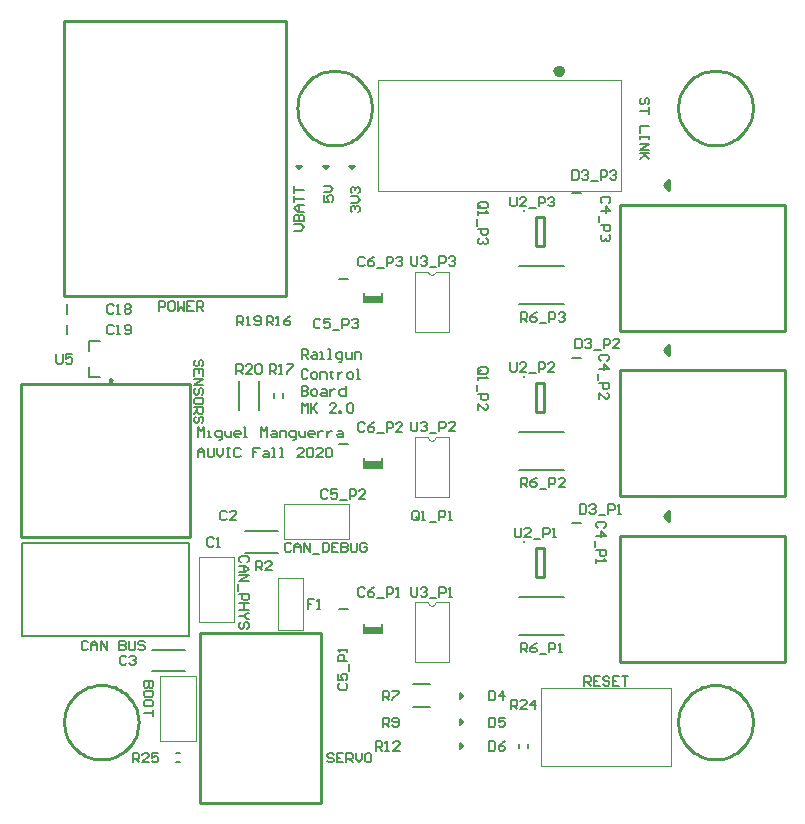
<source format=gto>
G04*
G04 #@! TF.GenerationSoftware,Altium Limited,Altium Designer,20.2.6 (244)*
G04*
G04 Layer_Color=65535*
%FSLAX25Y25*%
%MOIN*%
G70*
G04*
G04 #@! TF.SameCoordinates,023A6027-31B4-44E3-9114-37264AD4D944*
G04*
G04*
G04 #@! TF.FilePolarity,Positive*
G04*
G01*
G75*
%ADD10C,0.00394*%
%ADD11C,0.02000*%
%ADD12C,0.01000*%
%ADD13C,0.01000*%
%ADD14C,0.00984*%
%ADD15C,0.00600*%
%ADD16C,0.00787*%
%ADD17C,0.00197*%
%ADD18R,0.06299X0.02165*%
%ADD19R,0.06299X0.02165*%
D10*
X124656Y55717D02*
X125022Y54833D01*
X125906Y54467D01*
X126790Y54833D01*
X127156Y55717D01*
X124656Y165954D02*
X125022Y165070D01*
X125906Y164704D01*
X126790Y165070D01*
X127156Y165954D01*
X124656Y110835D02*
X125022Y109951D01*
X125906Y109585D01*
X126790Y109951D01*
X127156Y110835D01*
X120296Y55717D02*
X124656Y55717D01*
X127156D02*
X131516Y55717D01*
X131516Y35717D02*
X131516Y55717D01*
X120296Y35717D02*
X131516D01*
X120296Y55717D02*
X120296Y35717D01*
X107807Y229693D02*
X107807Y192693D01*
X107807Y229693D02*
X188807D01*
Y192693D02*
Y229693D01*
X107807Y192693D02*
X188807D01*
X205803Y1299D02*
Y27299D01*
X162303Y27299D02*
X205803Y27299D01*
X162303Y1299D02*
Y27299D01*
Y1299D02*
X205803D01*
X42224Y9436D02*
X47244Y9436D01*
Y31090D01*
X35433D02*
X47244D01*
X35433Y9436D02*
Y31090D01*
Y9436D02*
X42224Y9436D01*
X55020Y49213D02*
X60039D01*
X60039Y70866D02*
X60039Y49213D01*
X48228Y70866D02*
X60039D01*
X48228Y49213D02*
X48228Y70866D01*
X48228Y49213D02*
X55020D01*
X98425Y88583D02*
X98425Y83563D01*
X76772Y88583D02*
X98425D01*
X76772Y76772D02*
Y88583D01*
Y76772D02*
X98425D01*
X98425Y83563D01*
X120296Y165954D02*
X124656D01*
X127156D02*
X131516D01*
Y145954D02*
Y165954D01*
X120296Y145954D02*
X131516D01*
X120296D02*
Y165954D01*
Y110835D02*
X124656D01*
X127156D02*
X131516D01*
Y90835D02*
Y110835D01*
X120296Y90835D02*
X131516D01*
X120296D02*
Y110835D01*
D11*
X169307Y232693D02*
X168807Y233559D01*
X167807D01*
X167307Y232693D01*
X167807Y231827D01*
X168807D01*
X169307Y232693D01*
D12*
X156693Y75776D02*
D03*
Y186013D02*
D03*
Y130894D02*
D03*
D13*
X105904Y220472D02*
X105864Y221470D01*
X105743Y222462D01*
X105544Y223440D01*
X105266Y224399D01*
X104912Y225333D01*
X104484Y226235D01*
X103984Y227100D01*
X103417Y227922D01*
X102786Y228695D01*
X102094Y229415D01*
X101346Y230078D01*
X100548Y230677D01*
X99704Y231211D01*
X98820Y231675D01*
X97901Y232067D01*
X96954Y232383D01*
X95984Y232622D01*
X94999Y232782D01*
X94003Y232862D01*
X93005D01*
X92009Y232782D01*
X91024Y232622D01*
X90054Y232383D01*
X89107Y232067D01*
X88188Y231675D01*
X87304Y231211D01*
X86460Y230677D01*
X85662Y230078D01*
X84914Y229415D01*
X84222Y228695D01*
X83591Y227922D01*
X83024Y227100D01*
X82524Y226235D01*
X82096Y225333D01*
X81742Y224399D01*
X81464Y223440D01*
X81265Y222462D01*
X81144Y221470D01*
X81104Y220472D01*
X81144Y219475D01*
X81265Y218483D01*
X81464Y217505D01*
X81742Y216546D01*
X82096Y215612D01*
X82524Y214710D01*
X83024Y213845D01*
X83591Y213023D01*
X84222Y212250D01*
X84914Y211529D01*
X85662Y210867D01*
X86460Y210267D01*
X87304Y209734D01*
X88188Y209270D01*
X89107Y208878D01*
X90054Y208562D01*
X91024Y208323D01*
X92009Y208163D01*
X93005Y208083D01*
X94003D01*
X94999Y208163D01*
X95984Y208323D01*
X96954Y208562D01*
X97901Y208878D01*
X98820Y209270D01*
X99704Y209734D01*
X100548Y210267D01*
X101346Y210867D01*
X102094Y211529D01*
X102786Y212250D01*
X103417Y213023D01*
X103984Y213845D01*
X104484Y214710D01*
X104912Y215612D01*
X105266Y216546D01*
X105544Y217505D01*
X105743Y218483D01*
X105864Y219475D01*
X105904Y220472D01*
X28148Y15748D02*
X28108Y16746D01*
X27988Y17737D01*
X27788Y18715D01*
X27510Y19675D01*
X27156Y20608D01*
X26728Y21511D01*
X26228Y22375D01*
X25661Y23197D01*
X25030Y23971D01*
X24338Y24691D01*
X23590Y25353D01*
X22792Y25953D01*
X21948Y26487D01*
X21064Y26951D01*
X20145Y27342D01*
X19198Y27658D01*
X18228Y27897D01*
X17243Y28058D01*
X16247Y28138D01*
X15249D01*
X14253Y28058D01*
X13268Y27897D01*
X12298Y27658D01*
X11351Y27342D01*
X10432Y26951D01*
X9548Y26487D01*
X8704Y25953D01*
X7906Y25353D01*
X7158Y24691D01*
X6466Y23971D01*
X5835Y23197D01*
X5268Y22375D01*
X4768Y21511D01*
X4340Y20608D01*
X3986Y19675D01*
X3708Y18715D01*
X3509Y17737D01*
X3388Y16746D01*
X3348Y15748D01*
X3388Y14750D01*
X3509Y13759D01*
X3708Y12780D01*
X3986Y11821D01*
X4340Y10888D01*
X4768Y9985D01*
X5268Y9121D01*
X5835Y8299D01*
X6466Y7525D01*
X7158Y6805D01*
X7906Y6143D01*
X8704Y5543D01*
X9548Y5009D01*
X10432Y4545D01*
X11351Y4154D01*
X12298Y3838D01*
X13268Y3599D01*
X14253Y3438D01*
X15249Y3358D01*
X16247D01*
X17243Y3438D01*
X18228Y3599D01*
X19198Y3838D01*
X20145Y4154D01*
X21064Y4545D01*
X21948Y5009D01*
X22792Y5543D01*
X23590Y6143D01*
X24338Y6805D01*
X25030Y7525D01*
X25661Y8299D01*
X26228Y9121D01*
X26728Y9985D01*
X27156Y10888D01*
X27510Y11821D01*
X27788Y12780D01*
X27988Y13759D01*
X28108Y14750D01*
X28148Y15748D01*
X232872Y220472D02*
X232832Y221470D01*
X232712Y222462D01*
X232512Y223440D01*
X232234Y224399D01*
X231880Y225333D01*
X231452Y226235D01*
X230953Y227100D01*
X230385Y227922D01*
X229754Y228695D01*
X229062Y229415D01*
X228315Y230078D01*
X227516Y230677D01*
X226672Y231211D01*
X225788Y231675D01*
X224869Y232067D01*
X223922Y232383D01*
X222953Y232622D01*
X221967Y232782D01*
X220972Y232862D01*
X219973D01*
X218978Y232782D01*
X217992Y232622D01*
X217022Y232383D01*
X216075Y232067D01*
X215157Y231675D01*
X214272Y231211D01*
X213428Y230677D01*
X212630Y230078D01*
X211883Y229415D01*
X211191Y228695D01*
X210559Y227922D01*
X209992Y227100D01*
X209493Y226235D01*
X209065Y225333D01*
X208711Y224399D01*
X208433Y223440D01*
X208233Y222462D01*
X208113Y221470D01*
X208072Y220472D01*
X208113Y219475D01*
X208233Y218483D01*
X208433Y217505D01*
X208711Y216546D01*
X209065Y215612D01*
X209493Y214710D01*
X209992Y213845D01*
X210559Y213023D01*
X211191Y212250D01*
X211883Y211529D01*
X212630Y210867D01*
X213428Y210267D01*
X214272Y209734D01*
X215157Y209270D01*
X216075Y208878D01*
X217023Y208562D01*
X217992Y208323D01*
X218978Y208163D01*
X219973Y208083D01*
X220972D01*
X221967Y208163D01*
X222953Y208323D01*
X223922Y208562D01*
X224870Y208878D01*
X225788Y209270D01*
X226673Y209734D01*
X227517Y210267D01*
X228315Y210867D01*
X229062Y211529D01*
X229754Y212250D01*
X230385Y213023D01*
X230953Y213845D01*
X231452Y214710D01*
X231880Y215612D01*
X232234Y216546D01*
X232512Y217505D01*
X232712Y218483D01*
X232832Y219475D01*
X232872Y220472D01*
Y15748D02*
X232832Y16746D01*
X232712Y17737D01*
X232512Y18715D01*
X232234Y19675D01*
X231880Y20608D01*
X231452Y21511D01*
X230953Y22375D01*
X230385Y23197D01*
X229754Y23971D01*
X229062Y24691D01*
X228315Y25353D01*
X227516Y25953D01*
X226672Y26487D01*
X225788Y26951D01*
X224869Y27342D01*
X223922Y27658D01*
X222953Y27897D01*
X221967Y28058D01*
X220972Y28138D01*
X219973D01*
X218978Y28058D01*
X217992Y27897D01*
X217022Y27658D01*
X216075Y27342D01*
X215157Y26951D01*
X214272Y26487D01*
X213428Y25953D01*
X212630Y25353D01*
X211883Y24691D01*
X211191Y23971D01*
X210559Y23197D01*
X209992Y22375D01*
X209493Y21511D01*
X209065Y20608D01*
X208711Y19675D01*
X208433Y18715D01*
X208233Y17737D01*
X208113Y16746D01*
X208072Y15748D01*
X208113Y14750D01*
X208233Y13759D01*
X208433Y12780D01*
X208711Y11821D01*
X209065Y10888D01*
X209493Y9985D01*
X209992Y9121D01*
X210559Y8299D01*
X211191Y7525D01*
X211883Y6805D01*
X212630Y6143D01*
X213428Y5543D01*
X214272Y5009D01*
X215157Y4545D01*
X216075Y4154D01*
X217023Y3838D01*
X217992Y3599D01*
X218978Y3438D01*
X219973Y3358D01*
X220972D01*
X221967Y3438D01*
X222953Y3599D01*
X223922Y3838D01*
X224870Y4154D01*
X225788Y4545D01*
X226673Y5009D01*
X227517Y5543D01*
X228315Y6143D01*
X229062Y6805D01*
X229754Y7525D01*
X230385Y8299D01*
X230953Y9121D01*
X231452Y9985D01*
X231880Y10888D01*
X232234Y11821D01*
X232512Y12780D01*
X232712Y13759D01*
X232832Y14750D01*
X232872Y15748D01*
X-11130Y128610D02*
X45370D01*
X-11130Y77610D02*
Y128610D01*
X45370Y77610D02*
Y128610D01*
X-11130Y77610D02*
X45370D01*
X3216Y249445D02*
X77217Y249445D01*
Y157945D02*
Y249445D01*
X3217Y157945D02*
X77035Y157945D01*
X3216Y249445D02*
X3217Y157945D01*
X160630Y73808D02*
X163189Y73808D01*
X160630Y64162D02*
Y73808D01*
Y64162D02*
X163189D01*
Y73808D01*
X188737Y188228D02*
X243637D01*
X188737Y146228D02*
Y188228D01*
Y146228D02*
X243637D01*
Y188228D01*
X48555Y-11130D02*
Y45370D01*
Y-11130D02*
X89055D01*
X48555Y45370D02*
X89055Y45370D01*
Y-11130D02*
Y45370D01*
X243637Y35992D02*
Y77992D01*
X188737Y35992D02*
X243637D01*
X188737D02*
Y77992D01*
X243637D01*
X188737Y133110D02*
X243637D01*
X188737Y91110D02*
Y133110D01*
Y91110D02*
X243637D01*
Y133110D01*
X203181Y84646D02*
X204854Y86319D01*
X204854Y82972D01*
X203181Y84646D02*
X203181Y84646D01*
X204854Y82972D01*
X204854Y82972D02*
X204854Y82972D01*
X204263Y83563D02*
X204854Y82972D01*
X204263Y83563D02*
X204263Y85335D01*
Y193799D02*
Y195571D01*
Y193799D02*
X204854Y193209D01*
Y193209D02*
Y193209D01*
X203181Y194882D02*
X204854Y193209D01*
X203181Y194882D02*
Y194882D01*
X204854Y193209D02*
Y196555D01*
X203181Y194882D02*
X204854Y196555D01*
X204263Y138681D02*
Y140453D01*
Y138681D02*
X204854Y138091D01*
Y138091D02*
Y138091D01*
X203181Y139764D02*
X204854Y138091D01*
X203181Y139764D02*
Y139764D01*
X204854Y138091D02*
Y141437D01*
X203181Y139764D02*
X204854Y141437D01*
X160630Y184044D02*
X163189D01*
X160630Y174398D02*
Y184044D01*
Y174398D02*
X163189D01*
Y184044D01*
X160630Y128926D02*
X163189D01*
X160630Y119280D02*
Y128926D01*
Y119280D02*
X163189D01*
Y128926D01*
D14*
X19455Y129724D02*
X18716Y130151D01*
Y129298D01*
X19455Y129724D01*
D15*
X81693Y201287D02*
X81693Y200287D01*
X80693Y201287D02*
X82693D01*
X81693Y200287D02*
X82693Y201287D01*
X80693D02*
X81693Y200287D01*
X90551D02*
Y201287D01*
X89551Y201287D02*
X91551D01*
X90551Y200287D02*
X91551Y201287D01*
X89551D02*
X90551Y200287D01*
X98409Y201287D02*
X99409Y200287D01*
X100409Y201287D01*
X98409D02*
X100409D01*
X99409Y200287D02*
Y201287D01*
X-10630Y75461D02*
X44870D01*
X-10630Y44461D02*
Y75461D01*
Y44461D02*
X44870D01*
Y75461D01*
X135327Y6874D02*
X136327Y7874D01*
X135327Y8874D02*
X136327Y7874D01*
X135327Y6874D02*
Y8874D01*
X135327Y7874D02*
X136327D01*
X135327Y14748D02*
X136327Y15748D01*
X135327Y16748D02*
X136327Y15748D01*
X135327Y14748D02*
Y16748D01*
X135327Y15748D02*
X136327D01*
X135327Y23606D02*
X136327Y24606D01*
X135327Y25606D02*
X136327Y24606D01*
X135327Y23606D02*
Y25606D01*
X135327Y24606D02*
X136327D01*
D16*
X119549Y20866D02*
X125454D01*
X119549Y28346D02*
X125454D01*
X73228Y123819D02*
Y125394D01*
X76378Y123819D02*
Y125394D01*
X61590Y119858D02*
Y129355D01*
X68331Y119858D02*
Y129355D01*
X40551Y2362D02*
X42126D01*
X40551Y5512D02*
X42126D01*
X158071Y7071D02*
Y8646D01*
X154921Y7071D02*
Y8646D01*
X103150Y45461D02*
X109449D01*
Y48611D01*
X103150Y45461D02*
Y48611D01*
X63665Y79355D02*
X74736D01*
X63665Y72220D02*
X74736D01*
X32547Y39985D02*
X43618D01*
X32547Y32850D02*
X43618D01*
X4331Y145079D02*
Y148228D01*
Y151969D02*
Y155118D01*
X11482Y139567D02*
Y142717D01*
X15419D01*
X11482Y130905D02*
Y134055D01*
Y130905D02*
X15419D01*
X154922Y44871D02*
X169882Y44871D01*
X154922Y57469D02*
X169882D01*
X94882Y53335D02*
X98032D01*
X172638Y82076D02*
X175788D01*
X172638Y192312D02*
X175788D01*
X94882Y163572D02*
X98032D01*
X103150Y155698D02*
X109449D01*
Y158847D01*
X103150Y155698D02*
Y158847D01*
X154922Y167706D02*
X169882D01*
X154922Y155107D02*
X169882D01*
X172638Y137194D02*
X175788D01*
X94882Y108454D02*
X98032D01*
X103150Y100580D02*
X109449D01*
Y103729D01*
X103150Y100580D02*
Y103729D01*
X154922Y112587D02*
X169882D01*
X154922Y99989D02*
X169882D01*
X48031Y110852D02*
Y114000D01*
X49081Y112951D01*
X50130Y114000D01*
Y110852D01*
X51180D02*
X52230D01*
X51705D01*
Y112951D01*
X51180D01*
X54853Y109802D02*
X55378D01*
X55903Y110327D01*
Y112951D01*
X54329D01*
X53804Y112426D01*
Y111376D01*
X54329Y110852D01*
X55903D01*
X56953Y112951D02*
Y111376D01*
X57477Y110852D01*
X59052D01*
Y112951D01*
X61675Y110852D02*
X60626D01*
X60101Y111376D01*
Y112426D01*
X60626Y112951D01*
X61675D01*
X62200Y112426D01*
Y111901D01*
X60101D01*
X63250Y110852D02*
X64299D01*
X63775D01*
Y114000D01*
X63250D01*
X69022Y110852D02*
Y114000D01*
X70072Y112951D01*
X71121Y114000D01*
Y110852D01*
X72695Y112951D02*
X73745D01*
X74270Y112426D01*
Y110852D01*
X72695D01*
X72171Y111376D01*
X72695Y111901D01*
X74270D01*
X75319Y110852D02*
Y112951D01*
X76894D01*
X77418Y112426D01*
Y110852D01*
X79517Y109802D02*
X80042D01*
X80567Y110327D01*
Y112951D01*
X78993D01*
X78468Y112426D01*
Y111376D01*
X78993Y110852D01*
X80567D01*
X81616Y112951D02*
Y111376D01*
X82141Y110852D01*
X83715D01*
Y112951D01*
X86339Y110852D02*
X85290D01*
X84765Y111376D01*
Y112426D01*
X85290Y112951D01*
X86339D01*
X86864Y112426D01*
Y111901D01*
X84765D01*
X87914Y112951D02*
Y110852D01*
Y111901D01*
X88438Y112426D01*
X88963Y112951D01*
X89488D01*
X91062D02*
Y110852D01*
Y111901D01*
X91587Y112426D01*
X92112Y112951D01*
X92637D01*
X94736D02*
X95785D01*
X96310Y112426D01*
Y110852D01*
X94736D01*
X94211Y111376D01*
X94736Y111901D01*
X96310D01*
X48031Y104134D02*
Y106233D01*
X49081Y107282D01*
X50130Y106233D01*
Y104134D01*
Y105708D01*
X48031D01*
X51180Y107282D02*
Y104659D01*
X51705Y104134D01*
X52754D01*
X53279Y104659D01*
Y107282D01*
X54329D02*
Y105183D01*
X55378Y104134D01*
X56428Y105183D01*
Y107282D01*
X57477D02*
X58527D01*
X58002D01*
Y104134D01*
X57477D01*
X58527D01*
X62200Y106758D02*
X61675Y107282D01*
X60626D01*
X60101Y106758D01*
Y104659D01*
X60626Y104134D01*
X61675D01*
X62200Y104659D01*
X68497Y107282D02*
X66398D01*
Y105708D01*
X67448D01*
X66398D01*
Y104134D01*
X70072Y106233D02*
X71121D01*
X71646Y105708D01*
Y104134D01*
X70072D01*
X69547Y104659D01*
X70072Y105183D01*
X71646D01*
X72695Y104134D02*
X73745D01*
X73220D01*
Y107282D01*
X72695D01*
X75319Y104134D02*
X76369D01*
X75844D01*
Y107282D01*
X75319D01*
X83191Y104134D02*
X81092D01*
X83191Y106233D01*
Y106758D01*
X82666Y107282D01*
X81616D01*
X81092Y106758D01*
X84240D02*
X84765Y107282D01*
X85815D01*
X86339Y106758D01*
Y104659D01*
X85815Y104134D01*
X84765D01*
X84240Y104659D01*
Y106758D01*
X89488Y104134D02*
X87389D01*
X89488Y106233D01*
Y106758D01*
X88963Y107282D01*
X87914D01*
X87389Y106758D01*
X90538D02*
X91062Y107282D01*
X92112D01*
X92637Y106758D01*
Y104659D01*
X92112Y104134D01*
X91062D01*
X90538Y104659D01*
Y106758D01*
X82480Y136951D02*
Y140100D01*
X84055D01*
X84579Y139575D01*
Y138526D01*
X84055Y138001D01*
X82480D01*
X83530D02*
X84579Y136951D01*
X86154Y139050D02*
X87203D01*
X87728Y138526D01*
Y136951D01*
X86154D01*
X85629Y137476D01*
X86154Y138001D01*
X87728D01*
X88778Y136951D02*
X89827D01*
X89302D01*
Y139050D01*
X88778D01*
X91401Y136951D02*
X92451D01*
X91926D01*
Y140100D01*
X91401D01*
X95075Y135902D02*
X95600D01*
X96124Y136427D01*
Y139050D01*
X94550D01*
X94025Y138526D01*
Y137476D01*
X94550Y136951D01*
X96124D01*
X97174Y139050D02*
Y137476D01*
X97698Y136951D01*
X99273D01*
Y139050D01*
X100322Y136951D02*
Y139050D01*
X101897D01*
X102421Y138526D01*
Y136951D01*
X84579Y132858D02*
X84055Y133382D01*
X83005D01*
X82480Y132858D01*
Y130759D01*
X83005Y130234D01*
X84055D01*
X84579Y130759D01*
X86154Y130234D02*
X87203D01*
X87728Y130759D01*
Y131808D01*
X87203Y132333D01*
X86154D01*
X85629Y131808D01*
Y130759D01*
X86154Y130234D01*
X88778D02*
Y132333D01*
X90352D01*
X90877Y131808D01*
Y130234D01*
X92451Y132858D02*
Y132333D01*
X91926D01*
X92976D01*
X92451D01*
Y130759D01*
X92976Y130234D01*
X94550Y132333D02*
Y130234D01*
Y131283D01*
X95075Y131808D01*
X95599Y132333D01*
X96124D01*
X98223Y130234D02*
X99273D01*
X99798Y130759D01*
Y131808D01*
X99273Y132333D01*
X98223D01*
X97698Y131808D01*
Y130759D01*
X98223Y130234D01*
X100847D02*
X101897D01*
X101372D01*
Y133382D01*
X100847D01*
X82480Y127714D02*
Y124566D01*
X84055D01*
X84579Y125091D01*
Y125615D01*
X84055Y126140D01*
X82480D01*
X84055D01*
X84579Y126665D01*
Y127190D01*
X84055Y127714D01*
X82480D01*
X86154Y124566D02*
X87203D01*
X87728Y125091D01*
Y126140D01*
X87203Y126665D01*
X86154D01*
X85629Y126140D01*
Y125091D01*
X86154Y124566D01*
X89302Y126665D02*
X90352D01*
X90877Y126140D01*
Y124566D01*
X89302D01*
X88778Y125091D01*
X89302Y125615D01*
X90877D01*
X91926Y126665D02*
Y124566D01*
Y125615D01*
X92451Y126140D01*
X92976Y126665D01*
X93500D01*
X97174Y127714D02*
Y124566D01*
X95599D01*
X95075Y125091D01*
Y126140D01*
X95599Y126665D01*
X97174D01*
X82480Y118898D02*
Y122046D01*
X83530Y120997D01*
X84579Y122046D01*
Y118898D01*
X85629Y122046D02*
Y118898D01*
Y119947D01*
X87728Y122046D01*
X86154Y120472D01*
X87728Y118898D01*
X94025D02*
X91926D01*
X94025Y120997D01*
Y121521D01*
X93500Y122046D01*
X92451D01*
X91926Y121521D01*
X95075Y118898D02*
Y119422D01*
X95599D01*
Y118898D01*
X95075D01*
X97698Y121521D02*
X98223Y122046D01*
X99273D01*
X99798Y121521D01*
Y119422D01*
X99273Y118898D01*
X98223D01*
X97698Y119422D01*
Y121521D01*
X49278Y134380D02*
X49803Y134905D01*
Y135955D01*
X49278Y136479D01*
X48753D01*
X48228Y135955D01*
Y134905D01*
X47704Y134380D01*
X47179D01*
X46654Y134905D01*
Y135955D01*
X47179Y136479D01*
X49803Y131232D02*
Y133331D01*
X46654D01*
Y131232D01*
X48228Y133331D02*
Y132281D01*
X46654Y130182D02*
X49803D01*
X46654Y128083D01*
X49803D01*
X49278Y124935D02*
X49803Y125460D01*
Y126509D01*
X49278Y127034D01*
X48753D01*
X48228Y126509D01*
Y125460D01*
X47704Y124935D01*
X47179D01*
X46654Y125460D01*
Y126509D01*
X47179Y127034D01*
X49803Y122311D02*
Y123360D01*
X49278Y123885D01*
X47179D01*
X46654Y123360D01*
Y122311D01*
X47179Y121786D01*
X49278D01*
X49803Y122311D01*
X46654Y120737D02*
X49803D01*
Y119162D01*
X49278Y118638D01*
X48228D01*
X47704Y119162D01*
Y120737D01*
Y119687D02*
X46654Y118638D01*
X49278Y115489D02*
X49803Y116014D01*
Y117063D01*
X49278Y117588D01*
X48753D01*
X48228Y117063D01*
Y116014D01*
X47704Y115489D01*
X47179D01*
X46654Y116014D01*
Y117063D01*
X47179Y117588D01*
X99344Y185763D02*
X98819Y186287D01*
Y187337D01*
X99344Y187862D01*
X99869D01*
X100394Y187337D01*
Y186812D01*
Y187337D01*
X100918Y187862D01*
X101443D01*
X101968Y187337D01*
Y186287D01*
X101443Y185763D01*
X98819Y188911D02*
X100918D01*
X101968Y189961D01*
X100918Y191010D01*
X98819D01*
X99344Y192060D02*
X98819Y192585D01*
Y193634D01*
X99344Y194159D01*
X99869D01*
X100394Y193634D01*
Y193109D01*
Y193634D01*
X100918Y194159D01*
X101443D01*
X101968Y193634D01*
Y192585D01*
X101443Y192060D01*
X787Y138385D02*
Y135761D01*
X1312Y135237D01*
X2362D01*
X2887Y135761D01*
Y138385D01*
X6035D02*
X3936D01*
Y136811D01*
X4986Y137336D01*
X5510D01*
X6035Y136811D01*
Y135761D01*
X5510Y135237D01*
X4461D01*
X3936Y135761D01*
X119005Y171038D02*
Y168414D01*
X119530Y167890D01*
X120580D01*
X121104Y168414D01*
Y171038D01*
X122154Y170513D02*
X122679Y171038D01*
X123728D01*
X124253Y170513D01*
Y169989D01*
X123728Y169464D01*
X123203D01*
X123728D01*
X124253Y168939D01*
Y168414D01*
X123728Y167890D01*
X122679D01*
X122154Y168414D01*
X125302Y167365D02*
X127401D01*
X128451Y167890D02*
Y171038D01*
X130025D01*
X130550Y170513D01*
Y169464D01*
X130025Y168939D01*
X128451D01*
X131600Y170513D02*
X132124Y171038D01*
X133174D01*
X133699Y170513D01*
Y169989D01*
X133174Y169464D01*
X132649D01*
X133174D01*
X133699Y168939D01*
Y168414D01*
X133174Y167890D01*
X132124D01*
X131600Y168414D01*
X119005Y115920D02*
Y113296D01*
X119530Y112772D01*
X120580D01*
X121104Y113296D01*
Y115920D01*
X122154Y115395D02*
X122679Y115920D01*
X123728D01*
X124253Y115395D01*
Y114871D01*
X123728Y114346D01*
X123203D01*
X123728D01*
X124253Y113821D01*
Y113296D01*
X123728Y112772D01*
X122679D01*
X122154Y113296D01*
X125302Y112247D02*
X127401D01*
X128451Y112772D02*
Y115920D01*
X130025D01*
X130550Y115395D01*
Y114346D01*
X130025Y113821D01*
X128451D01*
X133699Y112772D02*
X131600D01*
X133699Y114871D01*
Y115395D01*
X133174Y115920D01*
X132124D01*
X131600Y115395D01*
X119005Y60802D02*
Y58178D01*
X119530Y57653D01*
X120580D01*
X121104Y58178D01*
Y60802D01*
X122154Y60277D02*
X122679Y60802D01*
X123728D01*
X124253Y60277D01*
Y59753D01*
X123728Y59228D01*
X123203D01*
X123728D01*
X124253Y58703D01*
Y58178D01*
X123728Y57653D01*
X122679D01*
X122154Y58178D01*
X125302Y57129D02*
X127401D01*
X128451Y57653D02*
Y60802D01*
X130025D01*
X130550Y60277D01*
Y59228D01*
X130025Y58703D01*
X128451D01*
X131600Y57653D02*
X132649D01*
X132124D01*
Y60802D01*
X131600Y60277D01*
X152102Y190813D02*
Y188189D01*
X152627Y187664D01*
X153676D01*
X154201Y188189D01*
Y190813D01*
X157350Y187664D02*
X155251D01*
X157350Y189763D01*
Y190288D01*
X156825Y190813D01*
X155775D01*
X155251Y190288D01*
X158399Y187140D02*
X160498D01*
X161548Y187664D02*
Y190813D01*
X163122D01*
X163647Y190288D01*
Y189239D01*
X163122Y188714D01*
X161548D01*
X164697Y190288D02*
X165221Y190813D01*
X166271D01*
X166796Y190288D01*
Y189763D01*
X166271Y189239D01*
X165746D01*
X166271D01*
X166796Y188714D01*
Y188189D01*
X166271Y187664D01*
X165221D01*
X164697Y188189D01*
X152102Y135695D02*
Y133071D01*
X152627Y132546D01*
X153676D01*
X154201Y133071D01*
Y135695D01*
X157350Y132546D02*
X155251D01*
X157350Y134645D01*
Y135170D01*
X156825Y135695D01*
X155775D01*
X155251Y135170D01*
X158399Y132022D02*
X160498D01*
X161548Y132546D02*
Y135695D01*
X163122D01*
X163647Y135170D01*
Y134121D01*
X163122Y133596D01*
X161548D01*
X166796Y132546D02*
X164697D01*
X166796Y134645D01*
Y135170D01*
X166271Y135695D01*
X165221D01*
X164697Y135170D01*
X153611Y80577D02*
Y77953D01*
X154136Y77428D01*
X155185D01*
X155710Y77953D01*
Y80577D01*
X158859Y77428D02*
X156760D01*
X158859Y79527D01*
Y80052D01*
X158334Y80577D01*
X157284D01*
X156760Y80052D01*
X159908Y76903D02*
X162007D01*
X163057Y77428D02*
Y80577D01*
X164631D01*
X165156Y80052D01*
Y79002D01*
X164631Y78478D01*
X163057D01*
X166206Y77428D02*
X167255D01*
X166730D01*
Y80577D01*
X166206Y80052D01*
X176708Y27953D02*
Y31102D01*
X178283D01*
X178807Y30577D01*
Y29528D01*
X178283Y29003D01*
X176708D01*
X177758D02*
X178807Y27953D01*
X181956Y31102D02*
X179857D01*
Y27953D01*
X181956D01*
X179857Y29528D02*
X180906D01*
X185105Y30577D02*
X184580Y31102D01*
X183530D01*
X183006Y30577D01*
Y30052D01*
X183530Y29528D01*
X184580D01*
X185105Y29003D01*
Y28478D01*
X184580Y27953D01*
X183530D01*
X183006Y28478D01*
X188253Y31102D02*
X186154D01*
Y27953D01*
X188253D01*
X186154Y29528D02*
X187204D01*
X189303Y31102D02*
X191402D01*
X190352D01*
Y27953D01*
X26314Y2363D02*
Y5511D01*
X27888D01*
X28413Y4986D01*
Y3937D01*
X27888Y3412D01*
X26314D01*
X27363D02*
X28413Y2363D01*
X31561D02*
X29462D01*
X31561Y4462D01*
Y4986D01*
X31037Y5511D01*
X29987D01*
X29462Y4986D01*
X34710Y5511D02*
X32611D01*
Y3937D01*
X33660Y4462D01*
X34185D01*
X34710Y3937D01*
Y2888D01*
X34185Y2363D01*
X33136D01*
X32611Y2888D01*
X152298Y20079D02*
Y23228D01*
X153872D01*
X154397Y22703D01*
Y21654D01*
X153872Y21129D01*
X152298D01*
X153348D02*
X154397Y20079D01*
X157546D02*
X155447D01*
X157546Y22178D01*
Y22703D01*
X157021Y23228D01*
X155971D01*
X155447Y22703D01*
X160169Y20079D02*
Y23228D01*
X158595Y21654D01*
X160694D01*
X60763Y131890D02*
Y135039D01*
X62337D01*
X62862Y134514D01*
Y133465D01*
X62337Y132940D01*
X60763D01*
X61812D02*
X62862Y131890D01*
X66010D02*
X63911D01*
X66010Y133989D01*
Y134514D01*
X65485Y135039D01*
X64436D01*
X63911Y134514D01*
X67060D02*
X67585Y135039D01*
X68634D01*
X69159Y134514D01*
Y132415D01*
X68634Y131890D01*
X67585D01*
X67060Y132415D01*
Y134514D01*
X61025Y148032D02*
Y151181D01*
X62599D01*
X63124Y150656D01*
Y149606D01*
X62599Y149082D01*
X61025D01*
X62074D02*
X63124Y148032D01*
X64174D02*
X65223D01*
X64698D01*
Y151181D01*
X64174Y150656D01*
X66797Y148557D02*
X67322Y148032D01*
X68372D01*
X68896Y148557D01*
Y150656D01*
X68372Y151181D01*
X67322D01*
X66797Y150656D01*
Y150131D01*
X67322Y149606D01*
X68896D01*
X71852Y131890D02*
Y135039D01*
X73426D01*
X73951Y134514D01*
Y133465D01*
X73426Y132940D01*
X71852D01*
X72901D02*
X73951Y131890D01*
X75000D02*
X76050D01*
X75525D01*
Y135039D01*
X75000Y134514D01*
X77624Y135039D02*
X79723D01*
Y134514D01*
X77624Y132415D01*
Y131890D01*
X70867Y148032D02*
Y151181D01*
X72442D01*
X72966Y150656D01*
Y149606D01*
X72442Y149082D01*
X70867D01*
X71917D02*
X72966Y148032D01*
X74016D02*
X75065D01*
X74541D01*
Y151181D01*
X74016Y150656D01*
X78739Y151181D02*
X77689Y150656D01*
X76640Y149606D01*
Y148557D01*
X77165Y148032D01*
X78214D01*
X78739Y148557D01*
Y149082D01*
X78214Y149606D01*
X76640D01*
X107285Y6300D02*
Y9448D01*
X108859D01*
X109384Y8924D01*
Y7874D01*
X108859Y7349D01*
X107285D01*
X108334D02*
X109384Y6300D01*
X110433D02*
X111483D01*
X110958D01*
Y9448D01*
X110433Y8924D01*
X115156Y6300D02*
X113057D01*
X115156Y8399D01*
Y8924D01*
X114631Y9448D01*
X113582D01*
X113057Y8924D01*
X109581Y14174D02*
Y17322D01*
X111155D01*
X111680Y16798D01*
Y15748D01*
X111155Y15223D01*
X109581D01*
X110630D02*
X111680Y14174D01*
X112730Y14698D02*
X113254Y14174D01*
X114304D01*
X114829Y14698D01*
Y16798D01*
X114304Y17322D01*
X113254D01*
X112730Y16798D01*
Y16273D01*
X113254Y15748D01*
X114829D01*
X109581Y23032D02*
Y26181D01*
X111155D01*
X111680Y25656D01*
Y24606D01*
X111155Y24081D01*
X109581D01*
X110630D02*
X111680Y23032D01*
X112730Y26181D02*
X114829D01*
Y25656D01*
X112730Y23557D01*
Y23032D01*
X155580Y149268D02*
Y152416D01*
X157154D01*
X157679Y151891D01*
Y150842D01*
X157154Y150317D01*
X155580D01*
X156630D02*
X157679Y149268D01*
X160828Y152416D02*
X159778Y151891D01*
X158729Y150842D01*
Y149792D01*
X159253Y149268D01*
X160303D01*
X160828Y149792D01*
Y150317D01*
X160303Y150842D01*
X158729D01*
X161877Y148743D02*
X163976D01*
X165026Y149268D02*
Y152416D01*
X166600D01*
X167125Y151891D01*
Y150842D01*
X166600Y150317D01*
X165026D01*
X168174Y151891D02*
X168699Y152416D01*
X169749D01*
X170273Y151891D01*
Y151367D01*
X169749Y150842D01*
X169224D01*
X169749D01*
X170273Y150317D01*
Y149792D01*
X169749Y149268D01*
X168699D01*
X168174Y149792D01*
X155580Y94150D02*
Y97298D01*
X157154D01*
X157679Y96773D01*
Y95724D01*
X157154Y95199D01*
X155580D01*
X156630D02*
X157679Y94150D01*
X160828Y97298D02*
X159778Y96773D01*
X158729Y95724D01*
Y94674D01*
X159253Y94150D01*
X160303D01*
X160828Y94674D01*
Y95199D01*
X160303Y95724D01*
X158729D01*
X161877Y93625D02*
X163976D01*
X165026Y94150D02*
Y97298D01*
X166600D01*
X167125Y96773D01*
Y95724D01*
X166600Y95199D01*
X165026D01*
X170273Y94150D02*
X168174D01*
X170273Y96249D01*
Y96773D01*
X169749Y97298D01*
X168699D01*
X168174Y96773D01*
X155580Y39031D02*
Y42180D01*
X157154D01*
X157679Y41655D01*
Y40606D01*
X157154Y40081D01*
X155580D01*
X156630D02*
X157679Y39031D01*
X160828Y42180D02*
X159778Y41655D01*
X158729Y40606D01*
Y39556D01*
X159253Y39031D01*
X160303D01*
X160828Y39556D01*
Y40081D01*
X160303Y40606D01*
X158729D01*
X161877Y38507D02*
X163976D01*
X165026Y39031D02*
Y42180D01*
X166600D01*
X167125Y41655D01*
Y40606D01*
X166600Y40081D01*
X165026D01*
X168174Y39031D02*
X169224D01*
X168699D01*
Y42180D01*
X168174Y41655D01*
X67258Y66339D02*
Y69488D01*
X68832D01*
X69357Y68963D01*
Y67913D01*
X68832Y67389D01*
X67258D01*
X68308D02*
X69357Y66339D01*
X72506D02*
X70407D01*
X72506Y68438D01*
Y68963D01*
X71981Y69488D01*
X70931D01*
X70407Y68963D01*
X141929Y187072D02*
X144028D01*
X144553Y187597D01*
Y188646D01*
X144028Y189171D01*
X141929D01*
X141405Y188646D01*
Y187597D01*
X142454Y188121D02*
X141405Y187072D01*
Y187597D02*
X141929Y187072D01*
X141405Y186022D02*
Y184973D01*
Y185498D01*
X144553D01*
X144028Y186022D01*
X140880Y183398D02*
Y181299D01*
X141405Y180250D02*
X144553D01*
Y178676D01*
X144028Y178151D01*
X142979D01*
X142454Y178676D01*
Y180250D01*
X144028Y177101D02*
X144553Y176576D01*
Y175527D01*
X144028Y175002D01*
X143504D01*
X142979Y175527D01*
Y176052D01*
Y175527D01*
X142454Y175002D01*
X141929D01*
X141405Y175527D01*
Y176576D01*
X141929Y177101D01*
X141929Y131954D02*
X144028D01*
X144553Y132478D01*
Y133528D01*
X144028Y134053D01*
X141929D01*
X141405Y133528D01*
Y132478D01*
X142454Y133003D02*
X141405Y131954D01*
Y132478D02*
X141929Y131954D01*
X141405Y130904D02*
Y129855D01*
Y130379D01*
X144553D01*
X144028Y130904D01*
X140880Y128280D02*
Y126181D01*
X141405Y125132D02*
X144553D01*
Y123557D01*
X144028Y123033D01*
X142979D01*
X142454Y123557D01*
Y125132D01*
X141405Y119884D02*
Y121983D01*
X143504Y119884D01*
X144028D01*
X144553Y120409D01*
Y121458D01*
X144028Y121983D01*
X121524Y83651D02*
Y85750D01*
X120999Y86274D01*
X119949D01*
X119425Y85750D01*
Y83651D01*
X119949Y83126D01*
X120999D01*
X120474Y84175D02*
X121524Y83126D01*
X120999D02*
X121524Y83651D01*
X122573Y83126D02*
X123623D01*
X123098D01*
Y86274D01*
X122573Y85750D01*
X125197Y82601D02*
X127296D01*
X128346Y83126D02*
Y86274D01*
X129920D01*
X130445Y85750D01*
Y84700D01*
X129920Y84175D01*
X128346D01*
X131494Y83126D02*
X132544D01*
X132019D01*
Y86274D01*
X131494Y85750D01*
X33070Y29395D02*
X29922D01*
Y27820D01*
X30446Y27295D01*
X30971D01*
X31496Y27820D01*
Y29395D01*
Y27820D01*
X32021Y27295D01*
X32546D01*
X33070Y27820D01*
Y29395D01*
Y24672D02*
Y25721D01*
X32546Y26246D01*
X30446D01*
X29922Y25721D01*
Y24672D01*
X30446Y24147D01*
X32546D01*
X33070Y24672D01*
Y21523D02*
Y22572D01*
X32546Y23097D01*
X30446D01*
X29922Y22572D01*
Y21523D01*
X30446Y20998D01*
X32546D01*
X33070Y21523D01*
Y19949D02*
Y17850D01*
Y18899D01*
X29922D01*
X64304Y69026D02*
X64829Y69550D01*
Y70600D01*
X64304Y71125D01*
X62205D01*
X61680Y70600D01*
Y69550D01*
X62205Y69026D01*
X61680Y67976D02*
X63779D01*
X64829Y66927D01*
X63779Y65877D01*
X61680D01*
X63254D01*
Y67976D01*
X61680Y64828D02*
X64829D01*
X61680Y62729D01*
X64829D01*
X61155Y61679D02*
Y59580D01*
X61680Y58530D02*
X64829D01*
Y56956D01*
X64304Y56431D01*
X63254D01*
X62730Y56956D01*
Y58530D01*
X64829Y55382D02*
X61680D01*
X63254D01*
Y53283D01*
X64829D01*
X61680D01*
X64829Y52233D02*
X64304D01*
X63254Y51184D01*
X64304Y50134D01*
X64829D01*
X63254Y51184D02*
X61680D01*
X64304Y46986D02*
X64829Y47510D01*
Y48560D01*
X64304Y49085D01*
X63779D01*
X63254Y48560D01*
Y47510D01*
X62730Y46986D01*
X62205D01*
X61680Y47510D01*
Y48560D01*
X62205Y49085D01*
X79006Y75131D02*
X78482Y75656D01*
X77432D01*
X76907Y75131D01*
Y73032D01*
X77432Y72507D01*
X78482D01*
X79006Y73032D01*
X80056Y72507D02*
Y74606D01*
X81105Y75656D01*
X82155Y74606D01*
Y72507D01*
Y74081D01*
X80056D01*
X83205Y72507D02*
Y75656D01*
X85303Y72507D01*
Y75656D01*
X86353Y71982D02*
X88452D01*
X89502Y75656D02*
Y72507D01*
X91076D01*
X91601Y73032D01*
Y75131D01*
X91076Y75656D01*
X89502D01*
X94749D02*
X92650D01*
Y72507D01*
X94749D01*
X92650Y74081D02*
X93700D01*
X95799Y75656D02*
Y72507D01*
X97373D01*
X97898Y73032D01*
Y73557D01*
X97373Y74081D01*
X95799D01*
X97373D01*
X97898Y74606D01*
Y75131D01*
X97373Y75656D01*
X95799D01*
X98947D02*
Y73032D01*
X99472Y72507D01*
X100522D01*
X101047Y73032D01*
Y75656D01*
X104195Y75131D02*
X103670Y75656D01*
X102621D01*
X102096Y75131D01*
Y73032D01*
X102621Y72507D01*
X103670D01*
X104195Y73032D01*
Y74081D01*
X103146D01*
X86614Y56692D02*
X84515D01*
Y55118D01*
X85565D01*
X84515D01*
Y53544D01*
X87664D02*
X88713D01*
X88188D01*
Y56692D01*
X87664Y56168D01*
X89961Y191404D02*
Y189305D01*
X91535D01*
X91011Y190355D01*
Y190880D01*
X91535Y191404D01*
X92585D01*
X93110Y190880D01*
Y189830D01*
X92585Y189305D01*
X89961Y192454D02*
X92060D01*
X93110Y193503D01*
X92060Y194553D01*
X89961D01*
X80119Y179661D02*
X82218D01*
X83267Y180711D01*
X82218Y181760D01*
X80119D01*
Y182810D02*
X83267D01*
Y184384D01*
X82742Y184909D01*
X82218D01*
X81693Y184384D01*
Y182810D01*
Y184384D01*
X81168Y184909D01*
X80643D01*
X80119Y184384D01*
Y182810D01*
X83267Y185958D02*
X81168D01*
X80119Y187008D01*
X81168Y188057D01*
X83267D01*
X81693D01*
Y185958D01*
X80119Y189107D02*
Y191206D01*
Y190156D01*
X83267D01*
X80119Y192255D02*
Y194355D01*
Y193305D01*
X83267D01*
X145014Y9448D02*
Y6300D01*
X146588D01*
X147113Y6825D01*
Y8924D01*
X146588Y9448D01*
X145014D01*
X150262D02*
X149212Y8924D01*
X148163Y7874D01*
Y6825D01*
X148687Y6300D01*
X149737D01*
X150262Y6825D01*
Y7349D01*
X149737Y7874D01*
X148163D01*
X145014Y17322D02*
Y14174D01*
X146588D01*
X147113Y14698D01*
Y16798D01*
X146588Y17322D01*
X145014D01*
X150262D02*
X148163D01*
Y15748D01*
X149212Y16273D01*
X149737D01*
X150262Y15748D01*
Y14698D01*
X149737Y14174D01*
X148687D01*
X148163Y14698D01*
X145014Y26181D02*
Y23032D01*
X146588D01*
X147113Y23557D01*
Y25656D01*
X146588Y26181D01*
X145014D01*
X149737Y23032D02*
Y26181D01*
X148163Y24606D01*
X150262D01*
X172771Y199671D02*
Y196523D01*
X174346D01*
X174871Y197047D01*
Y199147D01*
X174346Y199671D01*
X172771D01*
X175920Y199147D02*
X176445Y199671D01*
X177494D01*
X178019Y199147D01*
Y198622D01*
X177494Y198097D01*
X176970D01*
X177494D01*
X178019Y197572D01*
Y197047D01*
X177494Y196523D01*
X176445D01*
X175920Y197047D01*
X179069Y195998D02*
X181168D01*
X182217Y196523D02*
Y199671D01*
X183791D01*
X184316Y199147D01*
Y198097D01*
X183791Y197572D01*
X182217D01*
X185366Y199147D02*
X185890Y199671D01*
X186940D01*
X187465Y199147D01*
Y198622D01*
X186940Y198097D01*
X186415D01*
X186940D01*
X187465Y197572D01*
Y197047D01*
X186940Y196523D01*
X185890D01*
X185366Y197047D01*
X173756Y143569D02*
Y140420D01*
X175330D01*
X175855Y140945D01*
Y143044D01*
X175330Y143569D01*
X173756D01*
X176904Y143044D02*
X177429Y143569D01*
X178479D01*
X179003Y143044D01*
Y142519D01*
X178479Y141995D01*
X177954D01*
X178479D01*
X179003Y141470D01*
Y140945D01*
X178479Y140420D01*
X177429D01*
X176904Y140945D01*
X180053Y139896D02*
X182152D01*
X183201Y140420D02*
Y143569D01*
X184776D01*
X185301Y143044D01*
Y141995D01*
X184776Y141470D01*
X183201D01*
X188449Y140420D02*
X186350D01*
X188449Y142519D01*
Y143044D01*
X187924Y143569D01*
X186875D01*
X186350Y143044D01*
X175265Y88451D02*
Y85302D01*
X176839D01*
X177364Y85827D01*
Y87926D01*
X176839Y88451D01*
X175265D01*
X178413Y87926D02*
X178938Y88451D01*
X179988D01*
X180512Y87926D01*
Y87401D01*
X179988Y86877D01*
X179463D01*
X179988D01*
X180512Y86352D01*
Y85827D01*
X179988Y85302D01*
X178938D01*
X178413Y85827D01*
X181562Y84777D02*
X183661D01*
X184710Y85302D02*
Y88451D01*
X186285D01*
X186810Y87926D01*
Y86877D01*
X186285Y86352D01*
X184710D01*
X187859Y85302D02*
X188909D01*
X188384D01*
Y88451D01*
X187859Y87926D01*
X34976Y152953D02*
Y156102D01*
X36550D01*
X37075Y155577D01*
Y154528D01*
X36550Y154003D01*
X34976D01*
X39699Y156102D02*
X38649D01*
X38125Y155577D01*
Y153478D01*
X38649Y152953D01*
X39699D01*
X40224Y153478D01*
Y155577D01*
X39699Y156102D01*
X41273D02*
Y152953D01*
X42323Y154003D01*
X43372Y152953D01*
Y156102D01*
X46521D02*
X44422D01*
Y152953D01*
X46521D01*
X44422Y154528D02*
X45471D01*
X47570Y152953D02*
Y156102D01*
X49145D01*
X49670Y155577D01*
Y154528D01*
X49145Y154003D01*
X47570D01*
X48620D02*
X49670Y152953D01*
X93177Y4986D02*
X92653Y5511D01*
X91603D01*
X91079Y4986D01*
Y4462D01*
X91603Y3937D01*
X92653D01*
X93177Y3412D01*
Y2888D01*
X92653Y2363D01*
X91603D01*
X91079Y2888D01*
X96326Y5511D02*
X94227D01*
Y2363D01*
X96326D01*
X94227Y3937D02*
X95277D01*
X97376Y2363D02*
Y5511D01*
X98950D01*
X99475Y4986D01*
Y3937D01*
X98950Y3412D01*
X97376D01*
X98425D02*
X99475Y2363D01*
X100524Y5511D02*
Y3412D01*
X101574Y2363D01*
X102623Y3412D01*
Y5511D01*
X105247D02*
X104198D01*
X103673Y4986D01*
Y2888D01*
X104198Y2363D01*
X105247D01*
X105772Y2888D01*
Y4986D01*
X105247Y5511D01*
X197900Y221716D02*
X198425Y222241D01*
Y223291D01*
X197900Y223816D01*
X197375D01*
X196850Y223291D01*
Y222241D01*
X196326Y221716D01*
X195801D01*
X195276Y222241D01*
Y223291D01*
X195801Y223816D01*
X198425Y220667D02*
Y218568D01*
Y219618D01*
X195276D01*
X198425Y214370D02*
X195276D01*
Y212271D01*
X198425Y211221D02*
Y210172D01*
Y210697D01*
X195276D01*
Y211221D01*
Y210172D01*
Y208597D02*
X198425D01*
X195276Y206498D01*
X198425D01*
Y205449D02*
X195276D01*
X196326D01*
X198425Y203350D01*
X196850Y204924D01*
X195276Y203350D01*
X11289Y42388D02*
X10764Y42913D01*
X9714D01*
X9190Y42388D01*
Y40289D01*
X9714Y39764D01*
X10764D01*
X11289Y40289D01*
X12338Y39764D02*
Y41863D01*
X13388Y42913D01*
X14437Y41863D01*
Y39764D01*
Y41339D01*
X12338D01*
X15487Y39764D02*
Y42913D01*
X17586Y39764D01*
Y42913D01*
X21784D02*
Y39764D01*
X23358D01*
X23883Y40289D01*
Y40814D01*
X23358Y41339D01*
X21784D01*
X23358D01*
X23883Y41863D01*
Y42388D01*
X23358Y42913D01*
X21784D01*
X24933D02*
Y40289D01*
X25458Y39764D01*
X26507D01*
X27032Y40289D01*
Y42913D01*
X30180Y42388D02*
X29656Y42913D01*
X28606D01*
X28081Y42388D01*
Y41863D01*
X28606Y41339D01*
X29656D01*
X30180Y40814D01*
Y40289D01*
X29656Y39764D01*
X28606D01*
X28081Y40289D01*
X19817Y147703D02*
X19292Y148228D01*
X18243D01*
X17718Y147703D01*
Y145604D01*
X18243Y145079D01*
X19292D01*
X19817Y145604D01*
X20866Y145079D02*
X21916D01*
X21391D01*
Y148228D01*
X20866Y147703D01*
X23490Y145604D02*
X24015Y145079D01*
X25065D01*
X25589Y145604D01*
Y147703D01*
X25065Y148228D01*
X24015D01*
X23490Y147703D01*
Y147178D01*
X24015Y146653D01*
X25589D01*
X19817Y154593D02*
X19292Y155118D01*
X18243D01*
X17718Y154593D01*
Y152494D01*
X18243Y151969D01*
X19292D01*
X19817Y152494D01*
X20866Y151969D02*
X21916D01*
X21391D01*
Y155118D01*
X20866Y154593D01*
X23490D02*
X24015Y155118D01*
X25065D01*
X25589Y154593D01*
Y154068D01*
X25065Y153543D01*
X25589Y153019D01*
Y152494D01*
X25065Y151969D01*
X24015D01*
X23490Y152494D01*
Y153019D01*
X24015Y153543D01*
X23490Y154068D01*
Y154593D01*
X24015Y153543D02*
X25065D01*
X103545Y170396D02*
X103020Y170920D01*
X101971D01*
X101446Y170396D01*
Y168296D01*
X101971Y167772D01*
X103020D01*
X103545Y168296D01*
X106693Y170920D02*
X105644Y170396D01*
X104594Y169346D01*
Y168296D01*
X105119Y167772D01*
X106169D01*
X106693Y168296D01*
Y168821D01*
X106169Y169346D01*
X104594D01*
X107743Y167247D02*
X109842D01*
X110892Y167772D02*
Y170920D01*
X112466D01*
X112991Y170396D01*
Y169346D01*
X112466Y168821D01*
X110892D01*
X114040Y170396D02*
X114565Y170920D01*
X115614D01*
X116139Y170396D01*
Y169871D01*
X115614Y169346D01*
X115090D01*
X115614D01*
X116139Y168821D01*
Y168296D01*
X115614Y167772D01*
X114565D01*
X114040Y168296D01*
X103545Y115277D02*
X103020Y115802D01*
X101971D01*
X101446Y115277D01*
Y113178D01*
X101971Y112654D01*
X103020D01*
X103545Y113178D01*
X106693Y115802D02*
X105644Y115277D01*
X104594Y114228D01*
Y113178D01*
X105119Y112654D01*
X106169D01*
X106693Y113178D01*
Y113703D01*
X106169Y114228D01*
X104594D01*
X107743Y112129D02*
X109842D01*
X110892Y112654D02*
Y115802D01*
X112466D01*
X112991Y115277D01*
Y114228D01*
X112466Y113703D01*
X110892D01*
X116139Y112654D02*
X114040D01*
X116139Y114753D01*
Y115277D01*
X115614Y115802D01*
X114565D01*
X114040Y115277D01*
X103545Y60159D02*
X103020Y60684D01*
X101971D01*
X101446Y60159D01*
Y58060D01*
X101971Y57535D01*
X103020D01*
X103545Y58060D01*
X106693Y60684D02*
X105644Y60159D01*
X104594Y59110D01*
Y58060D01*
X105119Y57535D01*
X106169D01*
X106693Y58060D01*
Y58585D01*
X106169Y59110D01*
X104594D01*
X107743Y57011D02*
X109842D01*
X110892Y57535D02*
Y60684D01*
X112466D01*
X112991Y60159D01*
Y59110D01*
X112466Y58585D01*
X110892D01*
X114040Y57535D02*
X115090D01*
X114565D01*
Y60684D01*
X114040Y60159D01*
X88781Y149726D02*
X88256Y150251D01*
X87207D01*
X86682Y149726D01*
Y147627D01*
X87207Y147102D01*
X88256D01*
X88781Y147627D01*
X91930Y150251D02*
X89831D01*
Y148677D01*
X90880Y149201D01*
X91405D01*
X91930Y148677D01*
Y147627D01*
X91405Y147102D01*
X90355D01*
X89831Y147627D01*
X92979Y146578D02*
X95078D01*
X96128Y147102D02*
Y150251D01*
X97702D01*
X98227Y149726D01*
Y148677D01*
X97702Y148152D01*
X96128D01*
X99276Y149726D02*
X99801Y150251D01*
X100851D01*
X101375Y149726D01*
Y149201D01*
X100851Y148677D01*
X100326D01*
X100851D01*
X101375Y148152D01*
Y147627D01*
X100851Y147102D01*
X99801D01*
X99276Y147627D01*
X91209Y92847D02*
X90684Y93372D01*
X89635D01*
X89110Y92847D01*
Y90748D01*
X89635Y90223D01*
X90684D01*
X91209Y90748D01*
X94358Y93372D02*
X92259D01*
Y91798D01*
X93308Y92323D01*
X93833D01*
X94358Y91798D01*
Y90748D01*
X93833Y90223D01*
X92783D01*
X92259Y90748D01*
X95407Y89699D02*
X97506D01*
X98556Y90223D02*
Y93372D01*
X100130D01*
X100655Y92847D01*
Y91798D01*
X100130Y91273D01*
X98556D01*
X103803Y90223D02*
X101704D01*
X103803Y92323D01*
Y92847D01*
X103279Y93372D01*
X102229D01*
X101704Y92847D01*
X95145Y28742D02*
X94620Y28217D01*
Y27167D01*
X95145Y26643D01*
X97244D01*
X97769Y27167D01*
Y28217D01*
X97244Y28742D01*
X94620Y31890D02*
Y29791D01*
X96194D01*
X95670Y30841D01*
Y31365D01*
X96194Y31890D01*
X97244D01*
X97769Y31365D01*
Y30316D01*
X97244Y29791D01*
X98293Y32940D02*
Y35039D01*
X97769Y36088D02*
X94620D01*
Y37663D01*
X95145Y38188D01*
X96194D01*
X96719Y37663D01*
Y36088D01*
X97769Y39237D02*
Y40286D01*
Y39762D01*
X94620D01*
X95145Y39237D01*
X184875Y188800D02*
X185400Y189324D01*
Y190374D01*
X184875Y190899D01*
X182776D01*
X182251Y190374D01*
Y189324D01*
X182776Y188800D01*
X182251Y186176D02*
X185400D01*
X183826Y187750D01*
Y185651D01*
X181727Y184601D02*
Y182502D01*
X182251Y181453D02*
X185400D01*
Y179879D01*
X184875Y179354D01*
X183826D01*
X183301Y179879D01*
Y181453D01*
X184875Y178304D02*
X185400Y177779D01*
Y176730D01*
X184875Y176205D01*
X184351D01*
X183826Y176730D01*
Y177255D01*
Y176730D01*
X183301Y176205D01*
X182776D01*
X182251Y176730D01*
Y177779D01*
X182776Y178304D01*
X184383Y136153D02*
X184907Y136678D01*
Y137727D01*
X184383Y138252D01*
X182284D01*
X181759Y137727D01*
Y136678D01*
X182284Y136153D01*
X181759Y133529D02*
X184907D01*
X183333Y135104D01*
Y133005D01*
X181234Y131955D02*
Y129856D01*
X181759Y128806D02*
X184907D01*
Y127232D01*
X184383Y126707D01*
X183333D01*
X182808Y127232D01*
Y128806D01*
X181759Y123559D02*
Y125658D01*
X183858Y123559D01*
X184383D01*
X184907Y124083D01*
Y125133D01*
X184383Y125658D01*
X183398Y80510D02*
X183923Y81035D01*
Y82085D01*
X183398Y82609D01*
X181299D01*
X180775Y82085D01*
Y81035D01*
X181299Y80510D01*
X180775Y77886D02*
X183923D01*
X182349Y79461D01*
Y77362D01*
X180250Y76312D02*
Y74213D01*
X180775Y73164D02*
X183923D01*
Y71589D01*
X183398Y71065D01*
X182349D01*
X181824Y71589D01*
Y73164D01*
X180775Y70015D02*
Y68965D01*
Y69490D01*
X183923D01*
X183398Y70015D01*
X24081Y37467D02*
X23557Y37992D01*
X22507D01*
X21982Y37467D01*
Y35368D01*
X22507Y34843D01*
X23557D01*
X24081Y35368D01*
X25131Y37467D02*
X25656Y37992D01*
X26705D01*
X27230Y37467D01*
Y36942D01*
X26705Y36417D01*
X26181D01*
X26705D01*
X27230Y35893D01*
Y35368D01*
X26705Y34843D01*
X25656D01*
X25131Y35368D01*
X57546Y85695D02*
X57021Y86220D01*
X55972D01*
X55447Y85695D01*
Y83596D01*
X55972Y83071D01*
X57021D01*
X57546Y83596D01*
X60695Y83071D02*
X58596D01*
X60695Y85170D01*
Y85695D01*
X60170Y86220D01*
X59120D01*
X58596Y85695D01*
X53150Y76837D02*
X52625Y77362D01*
X51575D01*
X51051Y76837D01*
Y74738D01*
X51575Y74213D01*
X52625D01*
X53150Y74738D01*
X54199Y74213D02*
X55249D01*
X54724D01*
Y77362D01*
X54199Y76837D01*
D17*
X76590Y63818D02*
X80890D01*
X74540Y46418D02*
Y63818D01*
Y46366D02*
X78740D01*
X82940Y50818D02*
Y59518D01*
X78740Y46366D02*
X82940D01*
Y50818D01*
Y59518D02*
Y63818D01*
X80890D02*
X82940D01*
X74540D02*
X76590D01*
D18*
X106299Y46544D02*
D03*
Y156780D02*
D03*
D19*
Y101662D02*
D03*
M02*

</source>
